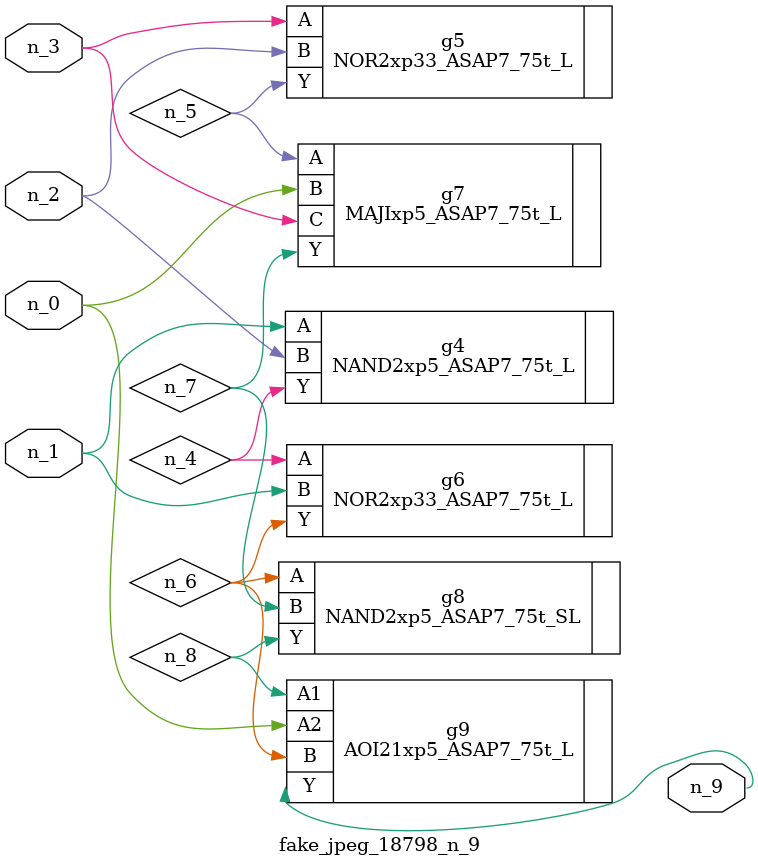
<source format=v>
module fake_jpeg_18798_n_9 (n_0, n_3, n_2, n_1, n_9);

input n_0;
input n_3;
input n_2;
input n_1;

output n_9;

wire n_4;
wire n_8;
wire n_6;
wire n_5;
wire n_7;

NAND2xp5_ASAP7_75t_L g4 ( 
.A(n_1),
.B(n_2),
.Y(n_4)
);

NOR2xp33_ASAP7_75t_L g5 ( 
.A(n_3),
.B(n_2),
.Y(n_5)
);

NOR2xp33_ASAP7_75t_L g6 ( 
.A(n_4),
.B(n_1),
.Y(n_6)
);

NAND2xp5_ASAP7_75t_SL g8 ( 
.A(n_6),
.B(n_7),
.Y(n_8)
);

MAJIxp5_ASAP7_75t_L g7 ( 
.A(n_5),
.B(n_0),
.C(n_3),
.Y(n_7)
);

AOI21xp5_ASAP7_75t_L g9 ( 
.A1(n_8),
.A2(n_0),
.B(n_6),
.Y(n_9)
);


endmodule
</source>
